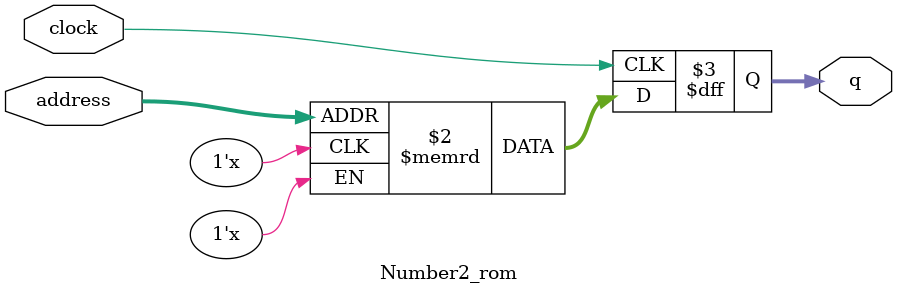
<source format=sv>
module Number2_rom (
	input logic clock,
	input logic [11:0] address,
	output logic [1:0] q
);

logic [1:0] memory [0:2499] /* synthesis ram_init_file = "./Number2/Number2.COE" */;

always_ff @ (posedge clock) begin
	q <= memory[address];
end

endmodule

</source>
